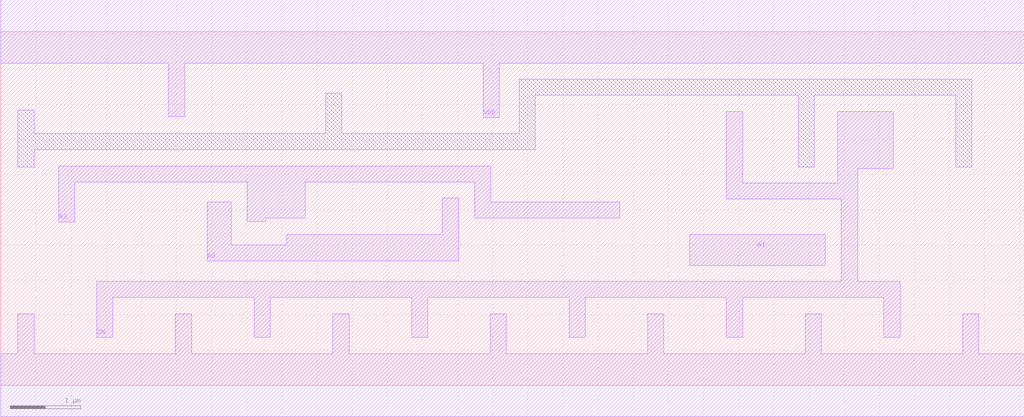
<source format=lef>
# Copyright 2022 GlobalFoundries PDK Authors
#
# Licensed under the Apache License, Version 2.0 (the "License");
# you may not use this file except in compliance with the License.
# You may obtain a copy of the License at
#
#      http://www.apache.org/licenses/LICENSE-2.0
#
# Unless required by applicable law or agreed to in writing, software
# distributed under the License is distributed on an "AS IS" BASIS,
# WITHOUT WARRANTIES OR CONDITIONS OF ANY KIND, either express or implied.
# See the License for the specific language governing permissions and
# limitations under the License.

MACRO gf180mcu_fd_sc_mcu9t5v0__nor3_4
  CLASS core ;
  FOREIGN gf180mcu_fd_sc_mcu9t5v0__nor3_4 0.0 0.0 ;
  ORIGIN 0 0 ;
  SYMMETRY X Y ;
  SITE GF018hv5v_green_sc9 ;
  SIZE 14.56 BY 5.04 ;
  PIN A1
    DIRECTION INPUT ;
    ANTENNAGATEAREA 5.556 ;
    PORT
      LAYER Metal1 ;
        POLYGON 9.8 1.71 11.73 1.71 11.73 2.15 9.8 2.15  ;
    END
  END A1
  PIN A2
    DIRECTION INPUT ;
    ANTENNAGATEAREA 5.556 ;
    PORT
      LAYER Metal1 ;
        POLYGON 0.825 2.325 1.055 2.325 1.055 2.895 3.51 2.895 3.51 2.33 3.77 2.33 3.77 2.38 4.33 2.38 4.33 2.895 6.745 2.895 6.745 2.38 8.81 2.38 8.81 2.61 6.975 2.61 6.975 3.125 0.825 3.125  ;
    END
  END A2
  PIN A3
    DIRECTION INPUT ;
    ANTENNAGATEAREA 5.556 ;
    PORT
      LAYER Metal1 ;
        POLYGON 2.94 1.77 6.515 1.77 6.515 2.665 6.285 2.665 6.285 2.15 4.07 2.15 4.07 2 3.28 2 3.28 2.61 2.94 2.61  ;
    END
  END A3
  PIN ZN
    DIRECTION OUTPUT ;
    ANTENNADIFFAREA 4.734 ;
    PORT
      LAYER Metal1 ;
        POLYGON 10.325 2.65 11.96 2.65 11.96 1.48 1.365 1.48 1.365 0.68 1.595 0.68 1.595 1.25 3.605 1.25 3.605 0.68 3.835 0.68 3.835 1.25 5.845 1.25 5.845 0.68 6.075 0.68 6.075 1.25 8.085 1.25 8.085 0.68 8.315 0.68 8.315 1.25 10.325 1.25 10.325 0.68 10.555 0.68 10.555 1.25 12.565 1.25 12.565 0.68 12.795 0.68 12.795 1.48 12.19 1.48 12.19 3.09 12.695 3.09 12.695 3.9 11.91 3.9 11.91 2.88 10.555 2.88 10.555 3.9 10.325 3.9  ;
    END
  END ZN
  PIN VDD
    DIRECTION INOUT ;
    USE power ;
    SHAPE ABUTMENT ;
    PORT
      LAYER Metal1 ;
        POLYGON 0 4.59 2.385 4.59 2.385 3.825 2.615 3.825 2.615 4.59 6.865 4.59 6.865 3.815 7.095 3.815 7.095 4.59 13.815 4.59 14.56 4.59 14.56 5.49 13.815 5.49 0 5.49  ;
    END
  END VDD
  PIN VSS
    DIRECTION INOUT ;
    USE ground ;
    SHAPE ABUTMENT ;
    PORT
      LAYER Metal1 ;
        POLYGON 0 -0.45 14.56 -0.45 14.56 0.45 13.915 0.45 13.915 1.02 13.685 1.02 13.685 0.45 11.675 0.45 11.675 1.02 11.445 1.02 11.445 0.45 9.435 0.45 9.435 1.02 9.205 1.02 9.205 0.45 7.195 0.45 7.195 1.02 6.965 1.02 6.965 0.45 4.955 0.45 4.955 1.02 4.725 1.02 4.725 0.45 2.715 0.45 2.715 1.02 2.485 1.02 2.485 0.45 0.475 0.45 0.475 1.02 0.245 1.02 0.245 0.45 0 0.45  ;
    END
  END VSS
  OBS
      LAYER Metal1 ;
        POLYGON 0.245 3.11 0.475 3.11 0.475 3.355 7.605 3.355 7.605 4.13 11.345 4.13 11.345 3.11 11.575 3.11 11.575 4.13 13.585 4.13 13.585 3.11 13.815 3.11 13.815 4.36 7.375 4.36 7.375 3.585 4.855 3.585 4.855 4.165 4.625 4.165 4.625 3.585 0.475 3.585 0.475 3.92 0.245 3.92  ;
  END
END gf180mcu_fd_sc_mcu9t5v0__nor3_4

</source>
